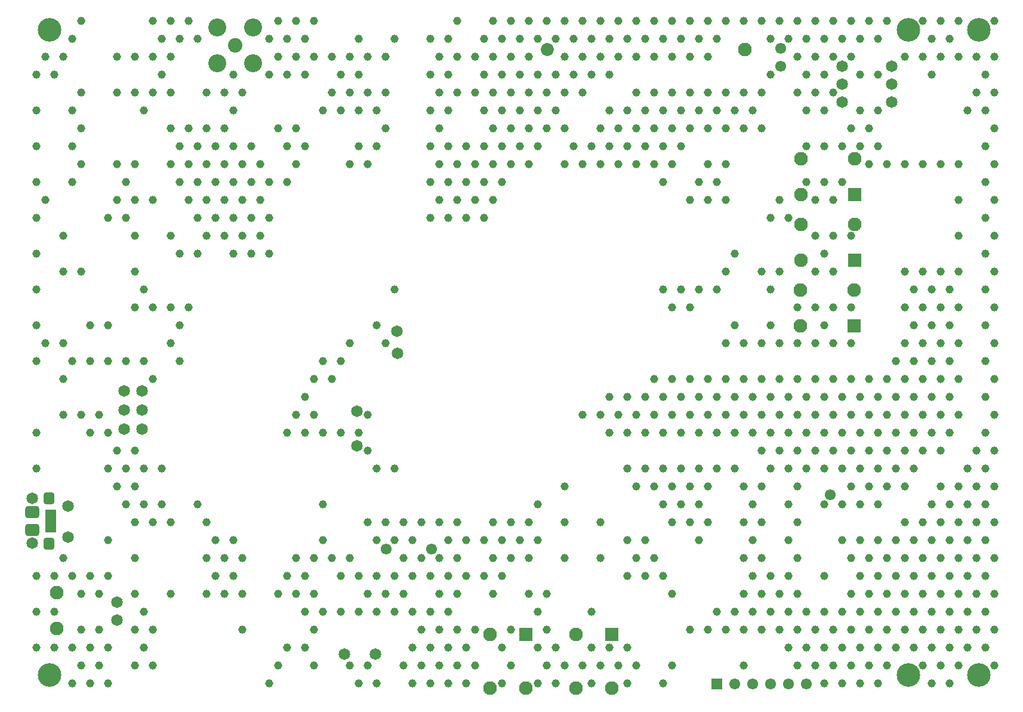
<source format=gbs>
G04 Layer_Color=16711935*
%FSLAX44Y44*%
%MOMM*%
G71*
G01*
G75*
%ADD120C,1.6500*%
%ADD121C,1.8500*%
%ADD122C,1.9500*%
%ADD123C,3.3500*%
%ADD124C,2.5500*%
%ADD125C,2.0500*%
%ADD126C,1.5500*%
%ADD127R,1.5500X1.5500*%
%ADD128R,1.9500X1.9500*%
%ADD129R,1.9500X1.9500*%
%ADD130C,1.1500*%
G04:AMPARAMS|DCode=131|XSize=1.75mm|YSize=2.05mm|CornerRadius=0.475mm|HoleSize=0mm|Usage=FLASHONLY|Rotation=90.000|XOffset=0mm|YOffset=0mm|HoleType=Round|Shape=RoundedRectangle|*
%AMROUNDEDRECTD131*
21,1,1.7500,1.1000,0,0,90.0*
21,1,0.8000,2.0500,0,0,90.0*
1,1,0.9500,0.5500,0.4000*
1,1,0.9500,0.5500,-0.4000*
1,1,0.9500,-0.5500,-0.4000*
1,1,0.9500,-0.5500,0.4000*
%
%ADD131ROUNDEDRECTD131*%
G04:AMPARAMS|DCode=132|XSize=1.75mm|YSize=1.55mm|CornerRadius=0.425mm|HoleSize=0mm|Usage=FLASHONLY|Rotation=90.000|XOffset=0mm|YOffset=0mm|HoleType=Round|Shape=RoundedRectangle|*
%AMROUNDEDRECTD132*
21,1,1.7500,0.7000,0,0,90.0*
21,1,0.9000,1.5500,0,0,90.0*
1,1,0.8500,0.3500,0.4500*
1,1,0.8500,0.3500,-0.4500*
1,1,0.8500,-0.3500,-0.4500*
1,1,0.8500,-0.3500,0.4500*
%
%ADD132ROUNDEDRECTD132*%
%ADD133R,1.6000X0.6500*%
D120*
X1571700Y1021110D02*
D03*
X1546300D02*
D03*
X1571700Y1048110D02*
D03*
X1546300D02*
D03*
X1571700Y1075110D02*
D03*
X1546300D02*
D03*
X1903000Y702000D02*
D03*
X1859000D02*
D03*
X1536110Y775700D02*
D03*
Y750300D02*
D03*
X1467000Y912000D02*
D03*
Y868000D02*
D03*
X1416000Y922750D02*
D03*
Y859250D02*
D03*
X1876500Y998000D02*
D03*
Y1047000D02*
D03*
X1933500Y1160500D02*
D03*
X1934500Y1128500D02*
D03*
X2635000Y1536000D02*
D03*
Y1510600D02*
D03*
Y1485200D02*
D03*
X2565000D02*
D03*
Y1510600D02*
D03*
Y1536000D02*
D03*
D121*
X2147000Y1560000D02*
D03*
D122*
X2427000D02*
D03*
X1451000Y738200D02*
D03*
Y789000D02*
D03*
X2506800Y1354000D02*
D03*
Y1404800D02*
D03*
X2583000D02*
D03*
X2583170Y1311870D02*
D03*
X2506970D02*
D03*
Y1261070D02*
D03*
X2505970Y1167820D02*
D03*
Y1218620D02*
D03*
X2582170D02*
D03*
X2187200Y730000D02*
D03*
Y653800D02*
D03*
X2238000D02*
D03*
X2116000D02*
D03*
X2065200D02*
D03*
Y730000D02*
D03*
D123*
X2659000Y672500D02*
D03*
Y1587500D02*
D03*
X1441000Y672500D02*
D03*
X2759000D02*
D03*
Y1587500D02*
D03*
X1441000D02*
D03*
D124*
X1729400Y1540600D02*
D03*
Y1591400D02*
D03*
X1678600D02*
D03*
Y1540600D02*
D03*
D125*
X1704000Y1566000D02*
D03*
D126*
X2437800Y660000D02*
D03*
X2412400D02*
D03*
X2463200D02*
D03*
X2488600D02*
D03*
X2514000D02*
D03*
X2548000Y928000D02*
D03*
X2478000Y1536000D02*
D03*
Y1561400D02*
D03*
X1983000Y851000D02*
D03*
X1918000D02*
D03*
D127*
X2387000Y660000D02*
D03*
D128*
X2583000Y1354000D02*
D03*
X2583170Y1261070D02*
D03*
X2582170Y1167820D02*
D03*
D129*
X2238000Y730000D02*
D03*
X2116000D02*
D03*
D130*
X2781300Y1600200D02*
D03*
Y1549400D02*
D03*
X2768600Y1524000D02*
D03*
X2781300Y1498600D02*
D03*
X2768600Y1473200D02*
D03*
X2781300Y1447800D02*
D03*
X2768600Y1422400D02*
D03*
X2781300Y1397000D02*
D03*
X2768600Y1371600D02*
D03*
X2781300Y1346200D02*
D03*
X2768600Y1320800D02*
D03*
X2781300Y1295400D02*
D03*
X2768600Y1270000D02*
D03*
X2781300Y1244600D02*
D03*
X2768600Y1219200D02*
D03*
X2781300Y1193800D02*
D03*
X2768600Y1168400D02*
D03*
X2781300Y1143000D02*
D03*
X2768600Y1117600D02*
D03*
X2781300Y1092200D02*
D03*
X2768600Y1066800D02*
D03*
X2781300Y1041400D02*
D03*
X2768600Y1016000D02*
D03*
X2781300Y990600D02*
D03*
X2768600Y965200D02*
D03*
X2781300Y939800D02*
D03*
X2768600Y914400D02*
D03*
X2781300Y889000D02*
D03*
X2768600Y863600D02*
D03*
X2781300Y838200D02*
D03*
X2768600Y812800D02*
D03*
X2781300Y787400D02*
D03*
X2768600Y762000D02*
D03*
X2781300Y736600D02*
D03*
X2768600Y711200D02*
D03*
X2781300Y685800D02*
D03*
X2755900Y1549400D02*
D03*
Y1498600D02*
D03*
X2743200Y1473200D02*
D03*
X2755900Y990600D02*
D03*
X2743200Y965200D02*
D03*
X2755900Y939800D02*
D03*
X2743200Y914400D02*
D03*
X2755900Y889000D02*
D03*
X2743200Y863600D02*
D03*
X2755900Y838200D02*
D03*
X2743200Y812800D02*
D03*
X2755900Y787400D02*
D03*
X2743200Y762000D02*
D03*
X2755900Y736600D02*
D03*
X2743200Y711200D02*
D03*
X2730500Y1600200D02*
D03*
X2717800Y1574800D02*
D03*
X2730500Y1549400D02*
D03*
Y1397000D02*
D03*
Y1346200D02*
D03*
Y1295400D02*
D03*
Y1244600D02*
D03*
X2717800Y1219200D02*
D03*
X2730500Y1193800D02*
D03*
X2717800Y1168400D02*
D03*
X2730500Y1143000D02*
D03*
X2717800Y1117600D02*
D03*
X2730500Y1092200D02*
D03*
X2717800Y1066800D02*
D03*
X2730500Y1041400D02*
D03*
X2717800Y1016000D02*
D03*
X2730500Y939800D02*
D03*
X2717800Y914400D02*
D03*
X2730500Y889000D02*
D03*
X2717800Y863600D02*
D03*
X2730500Y838200D02*
D03*
X2717800Y812800D02*
D03*
X2730500Y787400D02*
D03*
X2717800Y762000D02*
D03*
X2730500Y736600D02*
D03*
X2717800Y711200D02*
D03*
X2730500Y685800D02*
D03*
X2717800Y660400D02*
D03*
X2705100Y1600200D02*
D03*
X2692400Y1574800D02*
D03*
X2705100Y1549400D02*
D03*
X2692400Y1524000D02*
D03*
X2705100Y1397000D02*
D03*
Y1244600D02*
D03*
X2692400Y1219200D02*
D03*
X2705100Y1193800D02*
D03*
X2692400Y1168400D02*
D03*
X2705100Y1143000D02*
D03*
X2692400Y1117600D02*
D03*
X2705100Y1092200D02*
D03*
X2692400Y1066800D02*
D03*
X2705100Y1041400D02*
D03*
X2692400Y1016000D02*
D03*
X2705100Y990600D02*
D03*
Y939800D02*
D03*
X2692400Y914400D02*
D03*
X2705100Y889000D02*
D03*
X2692400Y863600D02*
D03*
X2705100Y838200D02*
D03*
X2692400Y812800D02*
D03*
X2705100Y787400D02*
D03*
X2692400Y762000D02*
D03*
X2705100Y736600D02*
D03*
X2692400Y711200D02*
D03*
X2705100Y685800D02*
D03*
X2692400Y660400D02*
D03*
X2679700Y1600200D02*
D03*
Y1549400D02*
D03*
Y1397000D02*
D03*
Y1244600D02*
D03*
X2667000Y1219200D02*
D03*
X2679700Y1193800D02*
D03*
X2667000Y1168400D02*
D03*
X2679700Y1143000D02*
D03*
X2667000Y1117600D02*
D03*
X2679700Y1092200D02*
D03*
X2667000Y1066800D02*
D03*
X2679700Y1041400D02*
D03*
X2667000Y1016000D02*
D03*
X2679700Y990600D02*
D03*
X2667000Y965200D02*
D03*
X2679700Y889000D02*
D03*
X2667000Y863600D02*
D03*
X2679700Y838200D02*
D03*
X2667000Y812800D02*
D03*
X2679700Y787400D02*
D03*
X2667000Y762000D02*
D03*
X2679700Y736600D02*
D03*
X2667000Y711200D02*
D03*
X2679700Y685800D02*
D03*
X2654300Y1549400D02*
D03*
Y1397000D02*
D03*
Y1244600D02*
D03*
Y1193800D02*
D03*
Y1143000D02*
D03*
X2641600Y1117600D02*
D03*
X2654300Y1092200D02*
D03*
X2641600Y1066800D02*
D03*
X2654300Y1041400D02*
D03*
X2641600Y1016000D02*
D03*
X2654300Y990600D02*
D03*
X2641600Y965200D02*
D03*
X2654300Y939800D02*
D03*
Y889000D02*
D03*
X2641600Y863600D02*
D03*
X2654300Y838200D02*
D03*
X2641600Y812800D02*
D03*
X2654300Y787400D02*
D03*
X2641600Y762000D02*
D03*
X2654300Y736600D02*
D03*
X2641600Y711200D02*
D03*
X2628900Y1600200D02*
D03*
X2616200Y1574800D02*
D03*
Y1524000D02*
D03*
Y1473200D02*
D03*
Y1422400D02*
D03*
X2628900Y1397000D02*
D03*
Y1092200D02*
D03*
X2616200Y1066800D02*
D03*
X2628900Y1041400D02*
D03*
X2616200Y1016000D02*
D03*
X2628900Y990600D02*
D03*
X2616200Y965200D02*
D03*
X2628900Y939800D02*
D03*
X2616200Y914400D02*
D03*
Y863600D02*
D03*
X2628900Y838200D02*
D03*
X2616200Y812800D02*
D03*
X2628900Y787400D02*
D03*
X2616200Y762000D02*
D03*
X2628900Y736600D02*
D03*
X2616200Y711200D02*
D03*
X2628900Y685800D02*
D03*
X2616200Y660400D02*
D03*
X2603500Y1600200D02*
D03*
X2590800Y1574800D02*
D03*
Y1524000D02*
D03*
Y1473200D02*
D03*
X2603500Y1447800D02*
D03*
X2590800Y1422400D02*
D03*
X2603500Y1397000D02*
D03*
Y1092200D02*
D03*
X2590800Y1066800D02*
D03*
X2603500Y1041400D02*
D03*
X2590800Y1016000D02*
D03*
X2603500Y990600D02*
D03*
X2590800Y965200D02*
D03*
X2603500Y939800D02*
D03*
X2590800Y914400D02*
D03*
Y863600D02*
D03*
X2603500Y838200D02*
D03*
X2590800Y812800D02*
D03*
X2603500Y787400D02*
D03*
X2590800Y762000D02*
D03*
X2603500Y736600D02*
D03*
X2590800Y711200D02*
D03*
X2603500Y685800D02*
D03*
X2590800Y660400D02*
D03*
X2578100Y1600200D02*
D03*
X2565400Y1574800D02*
D03*
X2578100Y1549400D02*
D03*
Y1447800D02*
D03*
X2565400Y1422400D02*
D03*
Y1371600D02*
D03*
X2578100Y1295400D02*
D03*
Y1193800D02*
D03*
Y1143000D02*
D03*
Y1092200D02*
D03*
X2565400Y1066800D02*
D03*
X2578100Y1041400D02*
D03*
X2565400Y1016000D02*
D03*
X2578100Y990600D02*
D03*
X2565400Y965200D02*
D03*
X2578100Y939800D02*
D03*
X2565400Y914400D02*
D03*
Y863600D02*
D03*
X2578100Y838200D02*
D03*
Y787400D02*
D03*
X2565400Y762000D02*
D03*
X2578100Y736600D02*
D03*
X2565400Y711200D02*
D03*
X2578100Y685800D02*
D03*
X2565400Y660400D02*
D03*
X2552700Y1600200D02*
D03*
X2540000Y1574800D02*
D03*
X2552700Y1549400D02*
D03*
X2540000Y1524000D02*
D03*
X2552700Y1498600D02*
D03*
X2540000Y1473200D02*
D03*
Y1422400D02*
D03*
Y1371600D02*
D03*
X2552700Y1346200D02*
D03*
Y1295400D02*
D03*
X2540000Y1270000D02*
D03*
X2552700Y1244600D02*
D03*
Y1193800D02*
D03*
X2540000Y1168400D02*
D03*
X2552700Y1143000D02*
D03*
Y1092200D02*
D03*
X2540000Y1066800D02*
D03*
X2552700Y1041400D02*
D03*
X2540000Y1016000D02*
D03*
X2552700Y990600D02*
D03*
X2540000Y965200D02*
D03*
Y914400D02*
D03*
Y812800D02*
D03*
Y762000D02*
D03*
X2552700Y736600D02*
D03*
X2540000Y711200D02*
D03*
X2552700Y685800D02*
D03*
X2540000Y660400D02*
D03*
X2527300Y1600200D02*
D03*
X2514600Y1574800D02*
D03*
X2527300Y1549400D02*
D03*
X2514600Y1524000D02*
D03*
X2527300Y1498600D02*
D03*
X2514600Y1473200D02*
D03*
Y1422400D02*
D03*
Y1371600D02*
D03*
X2527300Y1346200D02*
D03*
Y1295400D02*
D03*
Y1244600D02*
D03*
Y1193800D02*
D03*
Y1143000D02*
D03*
Y1092200D02*
D03*
X2514600Y1066800D02*
D03*
X2527300Y1041400D02*
D03*
X2514600Y1016000D02*
D03*
X2527300Y990600D02*
D03*
X2514600Y965200D02*
D03*
Y762000D02*
D03*
X2527300Y736600D02*
D03*
X2514600Y711200D02*
D03*
X2527300Y685800D02*
D03*
X2501900Y1600200D02*
D03*
X2489200Y1574800D02*
D03*
X2501900Y1549400D02*
D03*
Y1498600D02*
D03*
X2489200Y1320800D02*
D03*
X2501900Y1193800D02*
D03*
Y1143000D02*
D03*
Y1092200D02*
D03*
X2489200Y1066800D02*
D03*
X2501900Y1041400D02*
D03*
X2489200Y1016000D02*
D03*
X2501900Y990600D02*
D03*
X2489200Y965200D02*
D03*
X2501900Y939800D02*
D03*
X2489200Y914400D02*
D03*
X2501900Y889000D02*
D03*
X2489200Y863600D02*
D03*
X2501900Y838200D02*
D03*
X2489200Y812800D02*
D03*
X2501900Y787400D02*
D03*
X2489200Y762000D02*
D03*
X2501900Y736600D02*
D03*
X2489200Y711200D02*
D03*
X2501900Y685800D02*
D03*
X2476500Y1600200D02*
D03*
X2463800Y1574800D02*
D03*
Y1524000D02*
D03*
X2476500Y1346200D02*
D03*
X2463800Y1320800D02*
D03*
X2476500Y1244600D02*
D03*
X2463800Y1219200D02*
D03*
Y1168400D02*
D03*
X2476500Y1143000D02*
D03*
Y1092200D02*
D03*
X2463800Y1066800D02*
D03*
X2476500Y1041400D02*
D03*
X2463800Y1016000D02*
D03*
X2476500Y990600D02*
D03*
X2463800Y965200D02*
D03*
Y812800D02*
D03*
X2476500Y787400D02*
D03*
X2463800Y762000D02*
D03*
X2476500Y736600D02*
D03*
X2451100Y1600200D02*
D03*
Y1498600D02*
D03*
X2438400Y1473200D02*
D03*
X2451100Y1447800D02*
D03*
Y1244600D02*
D03*
Y1143000D02*
D03*
Y1092200D02*
D03*
X2438400Y1066800D02*
D03*
X2451100Y1041400D02*
D03*
X2438400Y1016000D02*
D03*
X2451100Y990600D02*
D03*
Y939800D02*
D03*
X2438400Y914400D02*
D03*
X2451100Y889000D02*
D03*
X2438400Y863600D02*
D03*
X2451100Y838200D02*
D03*
X2438400Y812800D02*
D03*
X2451100Y787400D02*
D03*
X2438400Y762000D02*
D03*
X2451100Y736600D02*
D03*
X2425700Y1600200D02*
D03*
Y1498600D02*
D03*
X2413000Y1473200D02*
D03*
X2425700Y1447800D02*
D03*
X2413000Y1270000D02*
D03*
Y1168400D02*
D03*
X2425700Y1143000D02*
D03*
Y1092200D02*
D03*
X2413000Y1066800D02*
D03*
X2425700Y1041400D02*
D03*
X2413000Y1016000D02*
D03*
Y965200D02*
D03*
X2425700Y939800D02*
D03*
Y889000D02*
D03*
Y838200D02*
D03*
Y787400D02*
D03*
X2413000Y762000D02*
D03*
X2425700Y736600D02*
D03*
Y685800D02*
D03*
X2400300Y1600200D02*
D03*
X2387600Y1574800D02*
D03*
X2400300Y1498600D02*
D03*
X2387600Y1473200D02*
D03*
X2400300Y1447800D02*
D03*
Y1397000D02*
D03*
X2387600Y1371600D02*
D03*
X2400300Y1346200D02*
D03*
Y1244600D02*
D03*
X2387600Y1219200D02*
D03*
X2400300Y1143000D02*
D03*
Y1092200D02*
D03*
X2387600Y1066800D02*
D03*
X2400300Y1041400D02*
D03*
X2387600Y1016000D02*
D03*
Y965200D02*
D03*
Y762000D02*
D03*
X2400300Y736600D02*
D03*
X2374900Y1600200D02*
D03*
X2362200Y1574800D02*
D03*
X2374900Y1549400D02*
D03*
Y1498600D02*
D03*
X2362200Y1473200D02*
D03*
X2374900Y1447800D02*
D03*
Y1397000D02*
D03*
X2362200Y1371600D02*
D03*
X2374900Y1346200D02*
D03*
X2362200Y1219200D02*
D03*
X2374900Y1092200D02*
D03*
X2362200Y1066800D02*
D03*
X2374900Y1041400D02*
D03*
X2362200Y1016000D02*
D03*
Y965200D02*
D03*
X2374900Y939800D02*
D03*
X2362200Y914400D02*
D03*
X2374900Y889000D02*
D03*
X2362200Y863600D02*
D03*
X2374900Y736600D02*
D03*
X2349500Y1600200D02*
D03*
X2336800Y1574800D02*
D03*
X2349500Y1549400D02*
D03*
Y1498600D02*
D03*
X2336800Y1473200D02*
D03*
X2349500Y1447800D02*
D03*
X2336800Y1422400D02*
D03*
X2349500Y1346200D02*
D03*
X2336800Y1219200D02*
D03*
X2349500Y1193800D02*
D03*
Y1092200D02*
D03*
X2336800Y1066800D02*
D03*
X2349500Y1041400D02*
D03*
X2336800Y1016000D02*
D03*
Y965200D02*
D03*
X2349500Y939800D02*
D03*
X2336800Y914400D02*
D03*
X2349500Y889000D02*
D03*
Y736600D02*
D03*
X2324100Y1600200D02*
D03*
X2311400Y1574800D02*
D03*
X2324100Y1549400D02*
D03*
Y1498600D02*
D03*
X2311400Y1473200D02*
D03*
X2324100Y1447800D02*
D03*
X2311400Y1422400D02*
D03*
X2324100Y1397000D02*
D03*
X2311400Y1371600D02*
D03*
Y1219200D02*
D03*
X2324100Y1193800D02*
D03*
Y1092200D02*
D03*
X2311400Y1066800D02*
D03*
X2324100Y1041400D02*
D03*
X2311400Y1016000D02*
D03*
Y965200D02*
D03*
X2324100Y939800D02*
D03*
X2311400Y914400D02*
D03*
X2324100Y889000D02*
D03*
X2311400Y812800D02*
D03*
X2324100Y787400D02*
D03*
Y685800D02*
D03*
X2311400Y660400D02*
D03*
X2298700Y1600200D02*
D03*
X2286000Y1574800D02*
D03*
X2298700Y1549400D02*
D03*
Y1498600D02*
D03*
X2286000Y1473200D02*
D03*
X2298700Y1447800D02*
D03*
X2286000Y1422400D02*
D03*
X2298700Y1397000D02*
D03*
Y1092200D02*
D03*
X2286000Y1066800D02*
D03*
X2298700Y1041400D02*
D03*
X2286000Y1016000D02*
D03*
Y965200D02*
D03*
X2298700Y939800D02*
D03*
X2286000Y863600D02*
D03*
X2298700Y838200D02*
D03*
X2286000Y812800D02*
D03*
X2273300Y1600200D02*
D03*
X2260600Y1574800D02*
D03*
X2273300Y1549400D02*
D03*
Y1498600D02*
D03*
X2260600Y1473200D02*
D03*
X2273300Y1447800D02*
D03*
X2260600Y1422400D02*
D03*
X2273300Y1397000D02*
D03*
X2260600Y1066800D02*
D03*
X2273300Y1041400D02*
D03*
X2260600Y1016000D02*
D03*
Y965200D02*
D03*
X2273300Y939800D02*
D03*
X2260600Y863600D02*
D03*
X2273300Y838200D02*
D03*
X2260600Y812800D02*
D03*
Y711200D02*
D03*
X2273300Y685800D02*
D03*
X2260600Y660400D02*
D03*
X2247900Y1600200D02*
D03*
X2235200Y1574800D02*
D03*
X2247900Y1549400D02*
D03*
X2235200Y1524000D02*
D03*
Y1473200D02*
D03*
X2247900Y1447800D02*
D03*
X2235200Y1422400D02*
D03*
X2247900Y1397000D02*
D03*
X2235200Y1066800D02*
D03*
X2247900Y1041400D02*
D03*
X2235200Y1016000D02*
D03*
Y711200D02*
D03*
X2247900Y685800D02*
D03*
X2222500Y1600200D02*
D03*
X2209800Y1574800D02*
D03*
X2222500Y1549400D02*
D03*
X2209800Y1524000D02*
D03*
X2222500Y1447800D02*
D03*
X2209800Y1422400D02*
D03*
X2222500Y1397000D02*
D03*
Y1041400D02*
D03*
Y889000D02*
D03*
Y838200D02*
D03*
X2209800Y762000D02*
D03*
Y711200D02*
D03*
X2222500Y685800D02*
D03*
X2209800Y660400D02*
D03*
X2197100Y1600200D02*
D03*
X2184400Y1574800D02*
D03*
X2197100Y1549400D02*
D03*
X2184400Y1524000D02*
D03*
X2197100Y1498600D02*
D03*
X2184400Y1422400D02*
D03*
X2197100Y1397000D02*
D03*
Y1041400D02*
D03*
Y685800D02*
D03*
X2171700Y1600200D02*
D03*
X2159000Y1574800D02*
D03*
X2171700Y1549400D02*
D03*
X2159000Y1524000D02*
D03*
X2171700Y1498600D02*
D03*
X2159000Y1473200D02*
D03*
X2171700Y1447800D02*
D03*
Y1397000D02*
D03*
Y939800D02*
D03*
Y889000D02*
D03*
Y838200D02*
D03*
X2159000Y711200D02*
D03*
X2171700Y685800D02*
D03*
X2159000Y660400D02*
D03*
X2146300Y1600200D02*
D03*
X2133600Y1574800D02*
D03*
Y1524000D02*
D03*
X2146300Y1498600D02*
D03*
X2133600Y1473200D02*
D03*
X2146300Y1447800D02*
D03*
X2133600Y1422400D02*
D03*
Y914400D02*
D03*
Y863600D02*
D03*
X2146300Y787400D02*
D03*
X2133600Y762000D02*
D03*
X2146300Y736600D02*
D03*
X2133600Y711200D02*
D03*
X2146300Y685800D02*
D03*
X2133600Y660400D02*
D03*
X2120900Y1600200D02*
D03*
X2108200Y1574800D02*
D03*
X2120900Y1549400D02*
D03*
X2108200Y1524000D02*
D03*
X2120900Y1498600D02*
D03*
X2108200Y1473200D02*
D03*
X2120900Y1447800D02*
D03*
X2108200Y1422400D02*
D03*
X2120900Y1397000D02*
D03*
Y889000D02*
D03*
X2108200Y863600D02*
D03*
X2120900Y838200D02*
D03*
Y787400D02*
D03*
X2095500Y1600200D02*
D03*
X2082800Y1574800D02*
D03*
X2095500Y1549400D02*
D03*
X2082800Y1524000D02*
D03*
X2095500Y1498600D02*
D03*
X2082800Y1473200D02*
D03*
X2095500Y1447800D02*
D03*
X2082800Y1422400D02*
D03*
X2095500Y1397000D02*
D03*
X2082800Y1371600D02*
D03*
X2095500Y889000D02*
D03*
X2082800Y863600D02*
D03*
X2095500Y838200D02*
D03*
X2082800Y812800D02*
D03*
X2095500Y736600D02*
D03*
X2082800Y711200D02*
D03*
X2095500Y685800D02*
D03*
X2082800Y660400D02*
D03*
X2070100Y1600200D02*
D03*
X2057400Y1574800D02*
D03*
X2070100Y1549400D02*
D03*
X2057400Y1524000D02*
D03*
X2070100Y1498600D02*
D03*
X2057400Y1473200D02*
D03*
X2070100Y1447800D02*
D03*
X2057400Y1422400D02*
D03*
X2070100Y1397000D02*
D03*
X2057400Y1371600D02*
D03*
X2070100Y1346200D02*
D03*
X2057400Y1320800D02*
D03*
X2070100Y889000D02*
D03*
X2057400Y863600D02*
D03*
X2070100Y838200D02*
D03*
X2057400Y812800D02*
D03*
X2070100Y787400D02*
D03*
X2044700Y1549400D02*
D03*
Y1498600D02*
D03*
X2032000Y1422400D02*
D03*
X2044700Y1397000D02*
D03*
X2032000Y1371600D02*
D03*
X2044700Y1346200D02*
D03*
X2032000Y1320800D02*
D03*
Y863600D02*
D03*
Y812800D02*
D03*
X2044700Y736600D02*
D03*
X2032000Y711200D02*
D03*
X2044700Y685800D02*
D03*
X2032000Y660400D02*
D03*
X2019300Y1600200D02*
D03*
X2006600Y1574800D02*
D03*
X2019300Y1549400D02*
D03*
X2006600Y1524000D02*
D03*
X2019300Y1498600D02*
D03*
X2006600Y1473200D02*
D03*
Y1422400D02*
D03*
X2019300Y1397000D02*
D03*
X2006600Y1371600D02*
D03*
X2019300Y1346200D02*
D03*
X2006600Y1320800D02*
D03*
X2019300Y889000D02*
D03*
X2006600Y863600D02*
D03*
X2019300Y838200D02*
D03*
X2006600Y812800D02*
D03*
X2019300Y787400D02*
D03*
X2006600Y762000D02*
D03*
X2019300Y736600D02*
D03*
X2006600Y711200D02*
D03*
X2019300Y685800D02*
D03*
X2006600Y660400D02*
D03*
X1981200Y1574800D02*
D03*
X1993900Y1549400D02*
D03*
X1981200Y1524000D02*
D03*
X1993900Y1498600D02*
D03*
X1981200Y1473200D02*
D03*
X1993900Y1447800D02*
D03*
X1981200Y1422400D02*
D03*
X1993900Y1397000D02*
D03*
X1981200Y1371600D02*
D03*
X1993900Y1346200D02*
D03*
X1981200Y1320800D02*
D03*
X1993900Y889000D02*
D03*
Y838200D02*
D03*
X1981200Y812800D02*
D03*
X1993900Y787400D02*
D03*
X1981200Y762000D02*
D03*
X1993900Y736600D02*
D03*
X1981200Y711200D02*
D03*
X1993900Y685800D02*
D03*
X1981200Y660400D02*
D03*
X1968500Y889000D02*
D03*
X1955800Y863600D02*
D03*
X1968500Y838200D02*
D03*
X1955800Y812800D02*
D03*
Y762000D02*
D03*
X1968500Y736600D02*
D03*
X1955800Y711200D02*
D03*
X1968500Y685800D02*
D03*
X1955800Y660400D02*
D03*
X1930400Y1574800D02*
D03*
Y1219200D02*
D03*
Y965200D02*
D03*
X1943100Y889000D02*
D03*
X1930400Y863600D02*
D03*
X1943100Y838200D02*
D03*
X1930400Y812800D02*
D03*
X1943100Y787400D02*
D03*
X1930400Y762000D02*
D03*
X1943100Y685800D02*
D03*
X1917700Y1549400D02*
D03*
Y1498600D02*
D03*
X1905000Y1473200D02*
D03*
X1917700Y1447800D02*
D03*
X1905000Y1422400D02*
D03*
Y1168400D02*
D03*
X1917700Y1143000D02*
D03*
X1905000Y965200D02*
D03*
X1917700Y889000D02*
D03*
X1905000Y863600D02*
D03*
Y812800D02*
D03*
X1917700Y787400D02*
D03*
X1905000Y762000D02*
D03*
Y660400D02*
D03*
X1879600Y1574800D02*
D03*
X1892300Y1549400D02*
D03*
X1879600Y1524000D02*
D03*
X1892300Y1498600D02*
D03*
X1879600Y1473200D02*
D03*
Y1422400D02*
D03*
X1892300Y1397000D02*
D03*
Y1041400D02*
D03*
X1879600Y1016000D02*
D03*
X1892300Y990600D02*
D03*
Y889000D02*
D03*
X1879600Y812800D02*
D03*
X1892300Y787400D02*
D03*
X1879600Y762000D02*
D03*
X1892300Y685800D02*
D03*
X1879600Y660400D02*
D03*
X1866900Y1549400D02*
D03*
X1854200Y1524000D02*
D03*
X1866900Y1498600D02*
D03*
X1854200Y1473200D02*
D03*
X1866900Y1397000D02*
D03*
Y1143000D02*
D03*
X1854200Y1117600D02*
D03*
Y1016000D02*
D03*
X1866900Y838200D02*
D03*
X1854200Y812800D02*
D03*
Y762000D02*
D03*
X1866900Y685800D02*
D03*
X1841500Y1549400D02*
D03*
Y1498600D02*
D03*
X1828800Y1473200D02*
D03*
Y1117600D02*
D03*
X1841500Y1092200D02*
D03*
X1828800Y1016000D02*
D03*
Y914400D02*
D03*
Y863600D02*
D03*
X1841500Y838200D02*
D03*
X1828800Y762000D02*
D03*
X1816100Y1600200D02*
D03*
X1803400Y1574800D02*
D03*
X1816100Y1549400D02*
D03*
X1803400Y1524000D02*
D03*
Y1422400D02*
D03*
X1816100Y1092200D02*
D03*
X1803400Y1066800D02*
D03*
X1816100Y1041400D02*
D03*
X1803400Y1016000D02*
D03*
X1816100Y838200D02*
D03*
X1803400Y812800D02*
D03*
X1816100Y787400D02*
D03*
X1803400Y762000D02*
D03*
X1816100Y736600D02*
D03*
X1803400Y711200D02*
D03*
X1816100Y685800D02*
D03*
X1790700Y1600200D02*
D03*
X1778000Y1574800D02*
D03*
X1790700Y1549400D02*
D03*
X1778000Y1524000D02*
D03*
X1790700Y1447800D02*
D03*
X1778000Y1422400D02*
D03*
X1790700Y1397000D02*
D03*
X1778000Y1371600D02*
D03*
X1790700Y1041400D02*
D03*
X1778000Y1016000D02*
D03*
X1790700Y838200D02*
D03*
X1778000Y812800D02*
D03*
X1790700Y787400D02*
D03*
X1778000Y711200D02*
D03*
X1765300Y1600200D02*
D03*
X1752600Y1574800D02*
D03*
X1765300Y1549400D02*
D03*
X1752600Y1524000D02*
D03*
X1765300Y1447800D02*
D03*
X1752600Y1371600D02*
D03*
Y1320800D02*
D03*
Y1270000D02*
D03*
X1765300Y787400D02*
D03*
Y685800D02*
D03*
X1752600Y660400D02*
D03*
X1727200Y1422400D02*
D03*
X1739900Y1397000D02*
D03*
X1727200Y1371600D02*
D03*
X1739900Y1346200D02*
D03*
X1727200Y1320800D02*
D03*
X1739900Y1295400D02*
D03*
X1727200Y1270000D02*
D03*
X1701800Y1524000D02*
D03*
X1714500Y1498600D02*
D03*
X1701800Y1473200D02*
D03*
Y1422400D02*
D03*
X1714500Y1397000D02*
D03*
X1701800Y1371600D02*
D03*
X1714500Y1346200D02*
D03*
X1701800Y1320800D02*
D03*
X1714500Y1295400D02*
D03*
X1701800Y1270000D02*
D03*
Y863600D02*
D03*
X1714500Y838200D02*
D03*
X1701800Y812800D02*
D03*
X1714500Y787400D02*
D03*
Y736600D02*
D03*
X1689100Y1498600D02*
D03*
Y1447800D02*
D03*
X1676400Y1422400D02*
D03*
X1689100Y1397000D02*
D03*
X1676400Y1371600D02*
D03*
X1689100Y1346200D02*
D03*
X1676400Y1320800D02*
D03*
X1689100Y1295400D02*
D03*
X1676400Y863600D02*
D03*
X1689100Y838200D02*
D03*
X1676400Y812800D02*
D03*
X1689100Y787400D02*
D03*
X1651000Y1574800D02*
D03*
X1663700Y1498600D02*
D03*
Y1447800D02*
D03*
X1651000Y1422400D02*
D03*
X1663700Y1397000D02*
D03*
X1651000Y1371600D02*
D03*
X1663700Y1346200D02*
D03*
X1651000Y1320800D02*
D03*
X1663700Y1295400D02*
D03*
X1651000Y1270000D02*
D03*
Y914400D02*
D03*
X1663700Y889000D02*
D03*
Y838200D02*
D03*
Y787400D02*
D03*
X1638300Y1600200D02*
D03*
X1625600Y1574800D02*
D03*
X1638300Y1447800D02*
D03*
X1625600Y1422400D02*
D03*
X1638300Y1397000D02*
D03*
X1625600Y1371600D02*
D03*
X1638300Y1346200D02*
D03*
X1625600Y1270000D02*
D03*
X1638300Y1193800D02*
D03*
X1625600Y1168400D02*
D03*
Y1117600D02*
D03*
X1612900Y1600200D02*
D03*
X1600200Y1574800D02*
D03*
X1612900Y1549400D02*
D03*
X1600200Y1524000D02*
D03*
X1612900Y1498600D02*
D03*
Y1447800D02*
D03*
Y1397000D02*
D03*
Y1295400D02*
D03*
Y1193800D02*
D03*
Y1143000D02*
D03*
X1600200Y965200D02*
D03*
Y914400D02*
D03*
X1612900Y889000D02*
D03*
Y787400D02*
D03*
X1587500Y1600200D02*
D03*
Y1549400D02*
D03*
Y1498600D02*
D03*
X1574800Y1473200D02*
D03*
X1587500Y1346200D02*
D03*
X1574800Y1219200D02*
D03*
X1587500Y1193800D02*
D03*
X1574800Y1117600D02*
D03*
X1587500Y1092200D02*
D03*
X1574800Y965200D02*
D03*
Y914400D02*
D03*
X1587500Y889000D02*
D03*
X1574800Y762000D02*
D03*
X1587500Y736600D02*
D03*
X1574800Y711200D02*
D03*
X1587500Y685800D02*
D03*
X1562100Y1549400D02*
D03*
Y1498600D02*
D03*
Y1397000D02*
D03*
X1549400Y1371600D02*
D03*
X1562100Y1346200D02*
D03*
X1549400Y1320800D02*
D03*
X1562100Y1295400D02*
D03*
Y1244600D02*
D03*
Y1193800D02*
D03*
X1549400Y1117600D02*
D03*
X1562100Y990600D02*
D03*
X1549400Y965200D02*
D03*
X1562100Y939800D02*
D03*
X1549400Y914400D02*
D03*
X1562100Y889000D02*
D03*
Y838200D02*
D03*
Y787400D02*
D03*
Y736600D02*
D03*
Y685800D02*
D03*
X1536700Y1549400D02*
D03*
Y1498600D02*
D03*
Y1397000D02*
D03*
Y1346200D02*
D03*
X1524000Y1320800D02*
D03*
Y1168400D02*
D03*
Y1117600D02*
D03*
Y1016000D02*
D03*
X1536700Y990600D02*
D03*
X1524000Y965200D02*
D03*
X1536700Y939800D02*
D03*
X1524000Y863600D02*
D03*
Y812800D02*
D03*
Y711200D02*
D03*
Y660400D02*
D03*
X1498600Y1168400D02*
D03*
Y1117600D02*
D03*
X1511300Y1041400D02*
D03*
X1498600Y1016000D02*
D03*
Y812800D02*
D03*
X1511300Y787400D02*
D03*
Y736600D02*
D03*
X1498600Y711200D02*
D03*
X1511300Y685800D02*
D03*
X1498600Y660400D02*
D03*
X1485900Y1600200D02*
D03*
X1473200Y1574800D02*
D03*
X1485900Y1498600D02*
D03*
X1473200Y1473200D02*
D03*
X1485900Y1447800D02*
D03*
X1473200Y1422400D02*
D03*
X1485900Y1397000D02*
D03*
X1473200Y1371600D02*
D03*
X1485900Y1244600D02*
D03*
X1473200Y1117600D02*
D03*
X1485900Y1041400D02*
D03*
X1473200Y812800D02*
D03*
X1485900Y787400D02*
D03*
Y736600D02*
D03*
X1473200Y711200D02*
D03*
X1485900Y685800D02*
D03*
X1473200Y660400D02*
D03*
X1460500Y1549400D02*
D03*
X1447800Y1524000D02*
D03*
X1460500Y1295400D02*
D03*
Y1244600D02*
D03*
Y1143000D02*
D03*
Y1092200D02*
D03*
Y1041400D02*
D03*
Y838200D02*
D03*
X1447800Y812800D02*
D03*
Y762000D02*
D03*
Y711200D02*
D03*
X1435100Y1549400D02*
D03*
X1422400Y1524000D02*
D03*
Y1473200D02*
D03*
Y1422400D02*
D03*
Y1371600D02*
D03*
X1435100Y1346200D02*
D03*
X1422400Y1320800D02*
D03*
Y1270000D02*
D03*
Y1219200D02*
D03*
Y1168400D02*
D03*
X1435100Y1143000D02*
D03*
X1422400Y1117600D02*
D03*
Y1016000D02*
D03*
Y965200D02*
D03*
Y812800D02*
D03*
Y762000D02*
D03*
Y711200D02*
D03*
D131*
X1416000Y903500D02*
D03*
Y878500D02*
D03*
D132*
X1440000Y923000D02*
D03*
Y859000D02*
D03*
D133*
X1442750Y878000D02*
D03*
Y884500D02*
D03*
Y891000D02*
D03*
Y897500D02*
D03*
Y904000D02*
D03*
M02*

</source>
